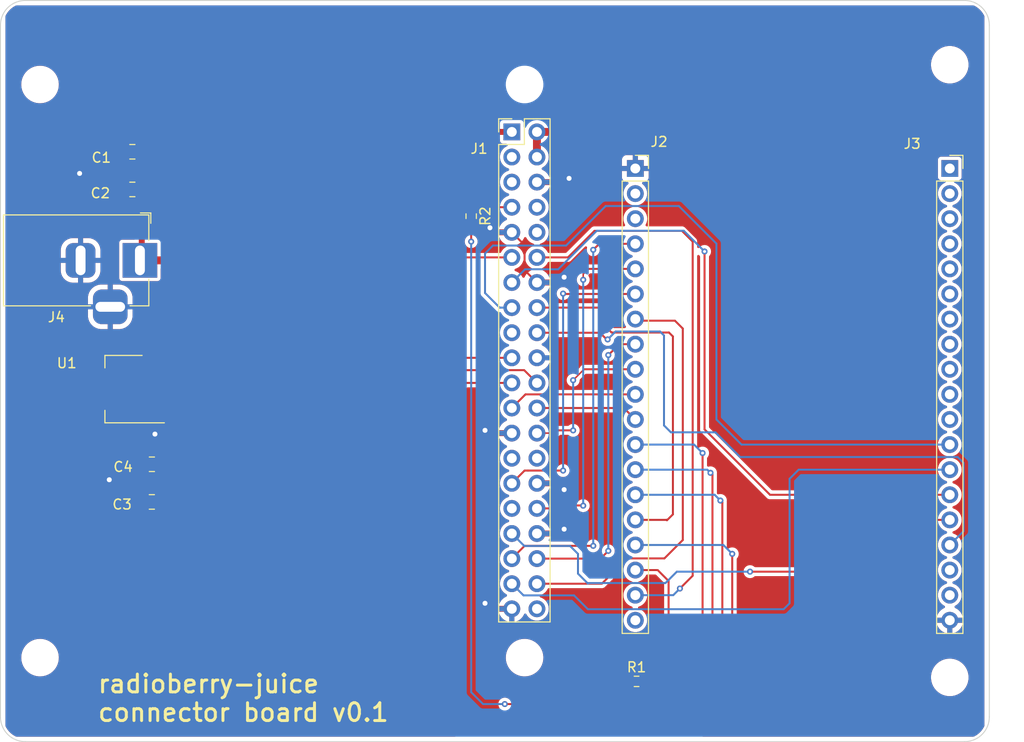
<source format=kicad_pcb>
(kicad_pcb (version 20221018) (generator pcbnew)
  (layers (0 "F.Cu" signal) (31 "B.Cu" signal) (34 "B.Paste" user) (35 "F.Paste" user) (36 "B.SilkS" user "B.Silkscreen") (37 "F.SilkS" user "F.Silkscreen") (38 "B.Mask" user) (39 "F.Mask" user) (44 "Edge.Cuts" user))
  (net 0 "")
  (net 1 "+5V")
  (net 2 "GND")
  (net 3 "+3.3VA")
  (net 6 "Net-(J1-Pin_7)")
  (net 9 "Net-(J1-Pin_11)")
  (net 10 "Net-(J1-Pin_12)")
  (net 11 "Net-(J1-Pin_13)")
  (net 12 "Net-(J1-Pin_15)")
  (net 13 "Net-(J1-Pin_16)")
  (net 15 "Net-(J1-Pin_18)")
  (net 16 "Net-(J1-Pin_19)")
  (net 17 "Net-(J1-Pin_21)")
  (net 18 "Net-(J1-Pin_22)")
  (net 19 "Net-(J1-Pin_23)")
  (net 20 "Net-(J1-Pin_24)")
  (net 21 "Net-(J1-Pin_26)")
  (net 24 "Net-(J1-Pin_29)")
  (net 26 "Net-(J1-Pin_32)")
  (net 27 "Net-(J1-Pin_33)")
  (net 28 "Net-(J1-Pin_35)")
  (net 29 "Net-(J1-Pin_36)")
  (net 30 "Net-(J1-Pin_37)")
  (net 31 "Net-(J1-Pin_38)")
  (net 35 "Net-(J2-Pin_17)")
  (net 50 "Net-(R1-Pad1)")
  (footprint "Capacitor_SMD:C_0805_2012Metric" (layer "F.Cu") (at 115.306 115.743 180)
    (fp_text reference "C3" (at 3.006 -0.257) (layer "F.SilkS"))
    (fp_text value "4700p" hide)
    (fp_line (start -0.261252 -0.735) (end 0.261252 -0.735) (stroke (width 0.12)) (layer "F.SilkS"))
    (fp_line (start -0.261252 0.735) (end 0.261252 0.735) (stroke (width 0.12)) (layer "F.SilkS"))
    (pad "1" smd roundrect (at -0.95 0 180) (size 1 1.45) (layers "F.Cu" "F.Paste" "F.Mask") (net 3 "+3.3VA"))
    (pad "2" smd roundrect (at 0.95 0 180) (size 1 1.45) (layers "F.Cu" "F.Paste" "F.Mask") (net 2 "GND"))
  )
  (footprint "Resistor_SMD:R_0603_1608Metric" (layer "F.Cu") (at 147.6 86.825 -90)
    (fp_text reference "R2" (at 0 -1.43 90) (layer "F.SilkS"))
    (fp_text value "27")
    (fp_line (start -0.237258 -0.5225) (end 0.237258 -0.5225) (stroke (width 0.12)) (layer "F.SilkS"))
    (fp_line (start -0.237258 0.5225) (end 0.237258 0.5225) (stroke (width 0.12)) (layer "F.SilkS"))
    (pad "1" smd roundrect (at -0.825 0 270) (size 0.8 0.95) (layers "F.Cu" "F.Paste" "F.Mask") (net 6 "Net-(J1-Pin_7)"))
    (pad "2" smd roundrect (at 0.825 0 270) (size 0.8 0.95) (layers "F.Cu" "F.Paste" "F.Mask") (net 50 "Net-(R1-Pad1)"))
  )
  (footprint "Connector_PinSocket_2.54mm:PinSocket_1x19_P2.54mm_Vertical" (layer "F.Cu") (at 196 82)
    (fp_text reference "J3" (at -3.8 -2.5) (layer "F.SilkS"))
    (fp_text value "Conn_01x19_Socket")
    (fp_line (start -1.33 1.27) (end -1.33 47.05) (stroke (width 0.12)) (layer "F.SilkS"))
    (fp_line (start -1.33 1.27) (end 1.33 1.27) (stroke (width 0.12)) (layer "F.SilkS"))
    (fp_line (start -1.33 47.05) (end 1.33 47.05) (stroke (width 0.12)) (layer "F.SilkS"))
    (fp_line (start 0 -1.33) (end 1.33 -1.33) (stroke (width 0.12)) (layer "F.SilkS"))
    (fp_line (start 1.33 -1.33) (end 1.33 0) (stroke (width 0.12)) (layer "F.SilkS"))
    (fp_line (start 1.33 1.27) (end 1.33 47.05) (stroke (width 0.12)) (layer "F.SilkS"))
    (pad "1" thru_hole rect (at 0 0) (size 1.7 1.7) (drill 1) (layers "*.Cu" "*.Mask"))
    (pad "2" thru_hole oval (at 0 2.54) (size 1.7 1.7) (drill 1) (layers "*.Cu" "*.Mask"))
    (pad "3" thru_hole oval (at 0 5.08) (size 1.7 1.7) (drill 1) (layers "*.Cu" "*.Mask"))
    (pad "4" thru_hole oval (at 0 7.62) (size 1.7 1.7) (drill 1) (layers "*.Cu" "*.Mask"))
    (pad "5" thru_hole oval (at 0 10.16) (size 1.7 1.7) (drill 1) (layers "*.Cu" "*.Mask"))
    (pad "6" thru_hole oval (at 0 12.7) (size 1.7 1.7) (drill 1) (layers "*.Cu" "*.Mask"))
    (pad "7" thru_hole oval (at 0 15.24) (size 1.7 1.7) (drill 1) (layers "*.Cu" "*.Mask"))
    (pad "8" thru_hole oval (at 0 17.78) (size 1.7 1.7) (drill 1) (layers "*.Cu" "*.Mask"))
    (pad "9" thru_hole oval (at 0 20.32) (size 1.7 1.7) (drill 1) (layers "*.Cu" "*.Mask"))
    (pad "10" thru_hole oval (at 0 22.86) (size 1.7 1.7) (drill 1) (layers "*.Cu" "*.Mask"))
    (pad "11" thru_hole oval (at 0 25.4) (size 1.7 1.7) (drill 1) (layers "*.Cu" "*.Mask"))
    (pad "12" thru_hole oval (at 0 27.94) (size 1.7 1.7) (drill 1) (layers "*.Cu" "*.Mask") (net 12 "Net-(J1-Pin_15)"))
    (pad "13" thru_hole oval (at 0 30.48) (size 1.7 1.7) (drill 1) (layers "*.Cu" "*.Mask") (net 30 "Net-(J1-Pin_37)"))
    (pad "14" thru_hole oval (at 0 33.02) (size 1.7 1.7) (drill 1) (layers "*.Cu" "*.Mask") (net 11 "Net-(J1-Pin_13)"))
    (pad "15" thru_hole oval (at 0 35.56) (size 1.7 1.7) (drill 1) (layers "*.Cu" "*.Mask") (net 27 "Net-(J1-Pin_33)"))
    (pad "16" thru_hole oval (at 0 38.1) (size 1.7 1.7) (drill 1) (layers "*.Cu" "*.Mask") (net 15 "Net-(J1-Pin_18)"))
    (pad "17" thru_hole oval (at 0 40.64) (size 1.7 1.7) (drill 1) (layers "*.Cu" "*.Mask"))
    (pad "18" thru_hole oval (at 0 43.18) (size 1.7 1.7) (drill 1) (layers "*.Cu" "*.Mask"))
    (pad "19" thru_hole oval (at 0 45.72) (size 1.7 1.7) (drill 1) (layers "*.Cu" "*.Mask") (net 2 "GND"))
  )
  (footprint "MountingHole:MountingHole_3.2mm_M3" (layer "F.Cu") (at 196 71.5)
    (fp_text reference "MH5" hide)
    (fp_text value "MountingHole_3.2mm_M3" hide)
    (pad "" np_thru_hole circle locked (at 0 0) (size 3.2 3.2) (drill 3.2) (layers "*.Cu" "*.Mask"))
  )
  (footprint "Connector_PinSocket_2.54mm:PinSocket_1x19_P2.54mm_Vertical" (layer "F.Cu") (at 164.2 82)
    (fp_text reference "J2" (at 2.4 -2.7) (layer "F.SilkS"))
    (fp_text value "Conn_01x19_Socket")
    (fp_line (start -1.33 1.27) (end -1.33 47.05) (stroke (width 0.12)) (layer "F.SilkS"))
    (fp_line (start -1.33 1.27) (end 1.33 1.27) (stroke (width 0.12)) (layer "F.SilkS"))
    (fp_line (start -1.33 47.05) (end 1.33 47.05) (stroke (width 0.12)) (layer "F.SilkS"))
    (fp_line (start 0 -1.33) (end 1.33 -1.33) (stroke (width 0.12)) (layer "F.SilkS"))
    (fp_line (start 1.33 -1.33) (end 1.33 0) (stroke (width 0.12)) (layer "F.SilkS"))
    (fp_line (start 1.33 1.27) (end 1.33 47.05) (stroke (width 0.12)) (layer "F.SilkS"))
    (pad "1" thru_hole rect (at 0 0) (size 1.7 1.7) (drill 1) (layers "*.Cu" "*.Mask") (net 2 "GND"))
    (pad "2" thru_hole oval (at 0 2.54) (size 1.7 1.7) (drill 1) (layers "*.Cu" "*.Mask"))
    (pad "3" thru_hole oval (at 0 5.08) (size 1.7 1.7) (drill 1) (layers "*.Cu" "*.Mask"))
    (pad "4" thru_hole oval (at 0 7.62) (size 1.7 1.7) (drill 1) (layers "*.Cu" "*.Mask") (net 28 "Net-(J1-Pin_35)"))
    (pad "5" thru_hole oval (at 0 10.16) (size 1.7 1.7) (drill 1) (layers "*.Cu" "*.Mask") (net 26 "Net-(J1-Pin_32)"))
    (pad "6" thru_hole oval (at 0 12.7) (size 1.7 1.7) (drill 1) (layers "*.Cu" "*.Mask") (net 24 "Net-(J1-Pin_29)"))
    (pad "7" thru_hole oval (at 0 15.24) (size 1.7 1.7) (drill 1) (layers "*.Cu" "*.Mask") (net 31 "Net-(J1-Pin_38)"))
    (pad "8" thru_hole oval (at 0 17.78) (size 1.7 1.7) (drill 1) (layers "*.Cu" "*.Mask") (net 29 "Net-(J1-Pin_36)"))
    (pad "9" thru_hole oval (at 0 20.32) (size 1.7 1.7) (drill 1) (layers "*.Cu" "*.Mask") (net 21 "Net-(J1-Pin_26)"))
    (pad "10" thru_hole oval (at 0 22.86) (size 1.7 1.7) (drill 1) (layers "*.Cu" "*.Mask") (net 19 "Net-(J1-Pin_23)"))
    (pad "11" thru_hole oval (at 0 25.4) (size 1.7 1.7) (drill 1) (layers "*.Cu" "*.Mask") (net 20 "Net-(J1-Pin_24)"))
    (pad "12" thru_hole oval (at 0 27.94) (size 1.7 1.7) (drill 1) (layers "*.Cu" "*.Mask") (net 17 "Net-(J1-Pin_21)"))
    (pad "13" thru_hole oval (at 0 30.48) (size 1.7 1.7) (drill 1) (layers "*.Cu" "*.Mask") (net 18 "Net-(J1-Pin_22)"))
    (pad "14" thru_hole oval (at 0 33.02) (size 1.7 1.7) (drill 1) (layers "*.Cu" "*.Mask") (net 16 "Net-(J1-Pin_19)"))
    (pad "15" thru_hole oval (at 0 35.56) (size 1.7 1.7) (drill 1) (layers "*.Cu" "*.Mask") (net 13 "Net-(J1-Pin_16)"))
    (pad "16" thru_hole oval (at 0 38.1) (size 1.7 1.7) (drill 1) (layers "*.Cu" "*.Mask") (net 9 "Net-(J1-Pin_11)"))
    (pad "17" thru_hole oval (at 0 40.64) (size 1.7 1.7) (drill 1) (layers "*.Cu" "*.Mask") (net 35 "Net-(J2-Pin_17)"))
    (pad "18" thru_hole oval (at 0 43.18) (size 1.7 1.7) (drill 1) (layers "*.Cu" "*.Mask") (net 10 "Net-(J1-Pin_12)"))
    (pad "19" thru_hole oval (at 0 45.72) (size 1.7 1.7) (drill 1) (layers "*.Cu" "*.Mask"))
  )
  (footprint "Capacitor_SMD:C_0805_2012Metric" (layer "F.Cu") (at 115.311 111.933 180)
    (fp_text reference "C4" (at 2.911 -0.267) (layer "F.SilkS"))
    (fp_text value "100n" hide)
    (fp_line (start -0.261252 -0.735) (end 0.261252 -0.735) (stroke (width 0.12)) (layer "F.SilkS"))
    (fp_line (start -0.261252 0.735) (end 0.261252 0.735) (stroke (width 0.12)) (layer "F.SilkS"))
    (pad "1" smd roundrect (at -0.95 0 180) (size 1 1.45) (layers "F.Cu" "F.Paste" "F.Mask") (net 3 "+3.3VA"))
    (pad "2" smd roundrect (at 0.95 0 180) (size 1 1.45) (layers "F.Cu" "F.Paste" "F.Mask") (net 2 "GND"))
  )
  (footprint "MountingHole:MountingHole_3.2mm_M3" (layer "F.Cu") (at 196 133.5)
    (fp_text reference "MH6" hide)
    (fp_text value "MountingHole_3.2mm_M3" hide)
    (pad "" np_thru_hole circle locked (at 0 0) (size 3.2 3.2) (drill 3.2) (layers "F&B.Cu" "*.Mask"))
  )
  (footprint "Connector_PinHeader_2.54mm:PinHeader_2x20_P2.54mm_Vertical" (layer "F.Cu") (at 151.71 78.3)
    (fp_text reference "J1" (at -3.31 1.7) (layer "F.SilkS"))
    (fp_text value "Conn_02x20_Odd_Even")
    (fp_line (start -1.33 -1.33) (end 0 -1.33) (stroke (width 0.12)) (layer "F.SilkS"))
    (fp_line (start -1.33 0) (end -1.33 -1.33) (stroke (width 0.12)) (layer "F.SilkS"))
    (fp_line (start -1.33 1.27) (end -1.33 49.59) (stroke (width 0.12)) (layer "F.SilkS"))
    (fp_line (start -1.33 1.27) (end 1.27 1.27) (stroke (width 0.12)) (layer "F.SilkS"))
    (fp_line (start -1.33 49.59) (end 3.87 49.59) (stroke (width 0.12)) (layer "F.SilkS"))
    (fp_line (start 1.27 -1.33) (end 3.87 -1.33) (stroke (width 0.12)) (layer "F.SilkS"))
    (fp_line (start 1.27 1.27) (end 1.27 -1.33) (stroke (width 0.12)) (layer "F.SilkS"))
    (fp_line (start 3.87 -1.33) (end 3.87 49.59) (stroke (width 0.12)) (layer "F.SilkS"))
    (pad "1" thru_hole rect (at 0 0) (size 1.7 1.7) (drill 1) (layers "*.Cu" "*.Mask") (net 3 "+3.3VA"))
    (pad "2" thru_hole oval (at 2.54 0) (size 1.7 1.7) (drill 1) (layers "*.Cu" "*.Mask") (net 1 "+5V"))
    (pad "3" thru_hole oval (at 0 2.54) (size 1.7 1.7) (drill 1) (layers "*.Cu" "*.Mask"))
    (pad "4" thru_hole oval (at 2.54 2.54) (size 1.7 1.7) (drill 1) (layers "*.Cu" "*.Mask") (net 1 "+5V"))
    (pad "5" thru_hole oval (at 0 5.08) (size 1.7 1.7) (drill 1) (layers "*.Cu" "*.Mask"))
    (pad "6" thru_hole oval (at 2.54 5.08) (size 1.7 1.7) (drill 1) (layers "*.Cu" "*.Mask") (net 2 "GND"))
    (pad "7" thru_hole oval (at 0 7.62) (size 1.7 1.7) (drill 1) (layers "*.Cu" "*.Mask") (net 6 "Net-(J1-Pin_7)"))
    (pad "8" thru_hole oval (at 2.54 7.62) (size 1.7 1.7) (drill 1) (layers "*.Cu" "*.Mask"))
    (pad "9" thru_hole oval (at 0 10.16) (size 1.7 1.7) (drill 1) (layers "*.Cu" "*.Mask") (net 2 "GND"))
    (pad "10" thru_hole oval (at 2.54 10.16) (size 1.7 1.7) (drill 1) (layers "*.Cu" "*.Mask"))
    (pad "11" thru_hole oval (at 0 12.7) (size 1.7 1.7) (drill 1) (layers "*.Cu" "*.Mask") (net 9 "Net-(J1-Pin_11)"))
    (pad "12" thru_hole oval (at 2.54 12.7) (size 1.7 1.7) (drill 1) (layers "*.Cu" "*.Mask") (net 10 "Net-(J1-Pin_12)"))
    (pad "13" thru_hole oval (at 0 15.24) (size 1.7 1.7) (drill 1) (layers "*.Cu" "*.Mask") (net 11 "Net-(J1-Pin_13)"))
    (pad "14" thru_hole oval (at 2.54 15.24) (size 1.7 1.7) (drill 1) (layers "*.Cu" "*.Mask") (net 2 "GND"))
    (pad "15" thru_hole oval (at 0 17.78) (size 1.7 1.7) (drill 1) (layers "*.Cu" "*.Mask") (net 12 "Net-(J1-Pin_15)"))
    (pad "16" thru_hole oval (at 2.54 17.78) (size 1.7 1.7) (drill 1) (layers "*.Cu" "*.Mask") (net 13 "Net-(J1-Pin_16)"))
    (pad "17" thru_hole oval (at 0 20.32) (size 1.7 1.7) (drill 1) (layers "*.Cu" "*.Mask"))
    (pad "18" thru_hole oval (at 2.54 20.32) (size 1.7 1.7) (drill 1) (layers "*.Cu" "*.Mask") (net 15 "Net-(J1-Pin_18)"))
    (pad "19" thru_hole oval (at 0 22.86) (size 1.7 1.7) (drill 1) (layers "*.Cu" "*.Mask") (net 16 "Net-(J1-Pin_19)"))
    (pad "20" thru_hole oval (at 2.54 22.86) (size 1.7 1.7) (drill 1) (layers "*.Cu" "*.Mask") (net 2 "GND"))
    (pad "21" thru_hole oval (at 0 25.4) (size 1.7 1.7) (drill 1) (layers "*.Cu" "*.Mask") (net 17 "Net-(J1-Pin_21)"))
    (pad "22" thru_hole oval (at 2.54 25.4) (size 1.7 1.7) (drill 1) (layers "*.Cu" "*.Mask") (net 18 "Net-(J1-Pin_22)"))
    (pad "23" thru_hole oval (at 0 27.94) (size 1.7 1.7) (drill 1) (layers "*.Cu" "*.Mask") (net 19 "Net-(J1-Pin_23)"))
    (pad "24" thru_hole oval (at 2.54 27.94) (size 1.7 1.7) (drill 1) (layers "*.Cu" "*.Mask") (net 20 "Net-(J1-Pin_24)"))
    (pad "25" thru_hole oval (at 0 30.48) (size 1.7 1.7) (drill 1) (layers "*.Cu" "*.Mask") (net 2 "GND"))
    (pad "26" thru_hole oval (at 2.54 30.48) (size 1.7 1.7) (drill 1) (layers "*.Cu" "*.Mask") (net 21 "Net-(J1-Pin_26)"))
    (pad "27" thru_hole oval (at 0 33.02) (size 1.7 1.7) (drill 1) (layers "*.Cu" "*.Mask"))
    (pad "28" thru_hole oval (at 2.54 33.02) (size 1.7 1.7) (drill 1) (layers "*.Cu" "*.Mask"))
    (pad "29" thru_hole oval (at 0 35.56) (size 1.7 1.7) (drill 1) (layers "*.Cu" "*.Mask") (net 24 "Net-(J1-Pin_29)"))
    (pad "30" thru_hole oval (at 2.54 35.56) (size 1.7 1.7) (drill 1) (layers "*.Cu" "*.Mask") (net 2 "GND"))
    (pad "31" thru_hole oval (at 0 38.1) (size 1.7 1.7) (drill 1) (layers "*.Cu" "*.Mask"))
    (pad "32" thru_hole oval (at 2.54 38.1) (size 1.7 1.7) (drill 1) (layers "*.Cu" "*.Mask") (net 26 "Net-(J1-Pin_32)"))
    (pad "33" thru_hole oval (at 0 40.64) (size 1.7 1.7) (drill 1) (layers "*.Cu" "*.Mask") (net 27 "Net-(J1-Pin_33)"))
    (pad "34" thru_hole oval (at 2.54 40.64) (size 1.7 1.7) (drill 1) (layers "*.Cu" "*.Mask") (net 2 "GND"))
    (pad "35" thru_hole oval (at 0 43.18) (size 1.7 1.7) (drill 1) (layers "*.Cu" "*.Mask") (net 28 "Net-(J1-Pin_35)"))
    (pad "36" thru_hole oval (at 2.54 43.18) (size 1.7 1.7) (drill 1) (layers "*.Cu" "*.Mask") (net 29 "Net-(J1-Pin_36)"))
    (pad "37" thru_hole oval (at 0 45.72) (size 1.7 1.7) (drill 1) (layers "*.Cu" "*.Mask") (net 30 "Net-(J1-Pin_37)"))
    (pad "38" thru_hole oval (at 2.54 45.72) (size 1.7 1.7) (drill 1) (layers "*.Cu" "*.Mask") (net 31 "Net-(J1-Pin_38)"))
    (pad "39" thru_hole oval (at 0 48.26) (size 1.7 1.7) (drill 1) (layers "*.Cu" "*.Mask") (net 2 "GND"))
    (pad "40" thru_hole oval (at 2.54 48.26) (size 1.7 1.7) (drill 1) (layers "*.Cu" "*.Mask"))
  )
  (footprint "Capacitor_SMD:C_0805_2012Metric" (layer "F.Cu") (at 113.335 80.31 180)
    (fp_text reference "C1" (at 3.135 -0.59) (layer "F.SilkS"))
    (fp_text value "100n" hide)
    (fp_line (start -0.261252 -0.735) (end 0.261252 -0.735) (stroke (width 0.12)) (layer "F.SilkS"))
    (fp_line (start -0.261252 0.735) (end 0.261252 0.735) (stroke (width 0.12)) (layer "F.SilkS"))
    (pad "1" smd roundrect (at -0.95 0 180) (size 1 1.45) (layers "F.Cu" "F.Paste" "F.Mask") (net 1 "+5V"))
    (pad "2" smd roundrect (at 0.95 0 180) (size 1 1.45) (layers "F.Cu" "F.Paste" "F.Mask") (net 2 "GND"))
  )
  (footprint "MountingHole:MountingHole_3.2mm_M3" (layer "F.Cu") (at 104 73.5)
    (fp_text reference "MH1" hide)
    (fp_text value "MountingHole_3.2mm_M3" hide)
    (pad "" np_thru_hole circle locked (at 0 0) (size 3.2 3.2) (drill 3.2) (layers "F&B.Cu" "*.Mask"))
  )
  (footprint "Resistor_SMD:R_0603_1608Metric" (layer "F.Cu") (at 164.325 133.904)
    (fp_text reference "R1" (at 0 -1.43) (layer "F.SilkS"))
    (fp_text value "27")
    (fp_line (start -0.237258 -0.5225) (end 0.237258 -0.5225) (stroke (width 0.12)) (layer "F.SilkS"))
    (fp_line (start -0.237258 0.5225) (end 0.237258 0.5225) (stroke (width 0.12)) (layer "F.SilkS"))
    (pad "1" smd roundrect (at -0.825 0) (size 0.8 0.95) (layers "F.Cu" "F.Paste" "F.Mask") (net 50 "Net-(R1-Pad1)"))
    (pad "2" smd roundrect (at 0.825 0) (size 0.8 0.95) (layers "F.Cu" "F.Paste" "F.Mask") (net 35 "Net-(J2-Pin_17)"))
  )
  (footprint "MountingHole:MountingHole_3.2mm_M3" (layer "F.Cu") (at 104 131.5)
    (fp_text reference "MH4" hide)
    (fp_text value "MountingHole_3.2mm_M3" hide)
    (pad "" np_thru_hole circle (at 0 0) (size 3.2 3.2) (drill 3.2) (layers "F&B.Cu" "*.Mask"))
  )
  (footprint "MountingHole:MountingHole_3.2mm_M3" (layer "F.Cu") (at 153 73.5)
    (fp_text reference "MH2" hide)
    (fp_text value "MountingHole_3.2mm_M3" hide)
    (pad "" np_thru_hole circle locked (at 0 0) (size 3.2 3.2) (drill 3.2) (layers "F&B.Cu" "*.Mask"))
  )
  (footprint "Package_TO_SOT_SMD:SOT-223-3_TabPin2" (layer "F.Cu") (at 112.471 104.327 180)
    (fp_text reference "U1" (at 5.771 2.627) (layer "F.SilkS"))
    (fp_text value "AMS1117-3.3" hide)
    (fp_line (start -4.1 -3.41) (end 1.91 -3.41) (stroke (width 0.12)) (layer "F.SilkS"))
    (fp_line (start -1.85 3.41) (end 1.91 3.41) (stroke (width 0.12)) (layer "F.SilkS"))
    (fp_line (start 1.91 -3.41) (end 1.91 -2.15) (stroke (width 0.12)) (layer "F.SilkS"))
    (fp_line (start 1.91 3.41) (end 1.91 2.15) (stroke (width 0.12)) (layer "F.SilkS"))
    (pad "1" smd rect (at -3.15 -2.3 180) (size 2 1.5) (layers "F.Cu" "F.Paste" "F.Mask") (net 2 "GND"))
    (pad "2" smd rect (at -3.15 0 180) (size 2 1.5) (layers "F.Cu" "F.Paste" "F.Mask") (net 3 "+3.3VA"))
    (pad "2" smd rect (at 3.15 0 180) (size 2 3.8) (layers "F.Cu" "F.Paste" "F.Mask") (net 3 "+3.3VA"))
    (pad "3" smd rect (at -3.15 2.3 180) (size 2 1.5) (layers "F.Cu" "F.Paste" "F.Mask") (net 1 "+5V"))
  )
  (footprint "Capacitor_SMD:C_0805_2012Metric" (layer "F.Cu") (at 113.335 84.12 180)
    (fp_text reference "C2" (at 3.235 -0.38) (layer "F.SilkS"))
    (fp_text value "4700p" hide)
    (fp_line (start -0.261252 -0.735) (end 0.261252 -0.735) (stroke (width 0.12)) (layer "F.SilkS"))
    (fp_line (start -0.261252 0.735) (end 0.261252 0.735) (stroke (width 0.12)) (layer "F.SilkS"))
    (pad "1" smd roundrect (at -0.95 0 180) (size 1 1.45) (layers "F.Cu" "F.Paste" "F.Mask") (net 1 "+5V"))
    (pad "2" smd roundrect (at 0.95 0 180) (size 1 1.45) (layers "F.Cu" "F.Paste" "F.Mask") (net 2 "GND"))
  )
  (footprint "MountingHole:MountingHole_3.2mm_M3" (layer "F.Cu") (at 153 131.5)
    (fp_text reference "MH3" hide)
    (fp_text value "MountingHole_3.2mm_M3" hide)
    (pad "" np_thru_hole circle locked (at 0 0) (size 3.2 3.2) (drill 3.2) (layers "F&B.Cu" "*.Mask"))
  )
  (footprint "Connector_BarrelJack:BarrelJack_Horizontal" (layer "F.Cu") (at 114.1 91.3)
    (fp_text reference "J4" (at -8.45 5.75) (layer "F.SilkS"))
    (fp_text value "Barrel_Jack_Switch" hide)
    (fp_line (start -13.8 -4.6) (end 0.9 -4.6) (stroke (width 0.12)) (layer "F.SilkS"))
    (fp_line (start -13.8 4.6) (end -13.8 -4.6) (stroke (width 0.12)) (layer "F.SilkS"))
    (fp_line (start -5 4.6) (end -13.8 4.6) (stroke (width 0.12)) (layer "F.SilkS"))
    (fp_line (start 0.05 -4.8) (end 1.1 -4.8) (stroke (width 0.12)) (layer "F.SilkS"))
    (fp_line (start 0.9 -4.6) (end 0.9 -2) (stroke (width 0.12)) (layer "F.SilkS"))
    (fp_line (start 0.9 1.9) (end 0.9 4.6) (stroke (width 0.12)) (layer "F.SilkS"))
    (fp_line (start 0.9 4.6) (end -1 4.6) (stroke (width 0.12)) (layer "F.SilkS"))
    (fp_line (start 1.1 -3.75) (end 1.1 -4.8) (stroke (width 0.12)) (layer "F.SilkS"))
    (pad "1" thru_hole rect (at 0 0) (size 3.5 3.5) (drill oval 1 3) (layers "*.Cu" "*.Mask") (net 1 "+5V"))
    (pad "2" thru_hole roundrect (at -6 0) (size 3 3.5) (drill oval 1 3) (layers "*.Cu" "*.Mask") (net 2 "GND"))
    (pad "3" thru_hole roundrect (at -3 4.7) (size 3.5 3.5) (drill oval 3 1) (layers "*.Cu" "*.Mask") (net 2 "GND"))
  )
  (gr_line (start 102.5 140) (end 197.5 140) (stroke (width 0.1)) (layer "Edge.Cuts"))
  (gr_arc (start 197.5 65) (mid 199.267767 65.732233) (end 200 67.5) (stroke (width 0.1)) (layer "Edge.Cuts"))
  (gr_line (start 100 67.5) (end 100 137.5) (stroke (width 0.1)) (layer "Edge.Cuts"))
  (gr_line (start 197.5 65) (end 102.5 65) (stroke (width 0.1)) (layer "Edge.Cuts"))
  (gr_line (start 200 137.5) (end 200 67.5) (stroke (width 0.1)) (layer "Edge.Cuts"))
  (gr_arc (start 200 137.5) (mid 199.267767 139.267767) (end 197.5 140) (stroke (width 0.1)) (layer "Edge.Cuts"))
  (gr_arc (start 102.5 140) (mid 100.732233 139.267767) (end 100 137.5) (stroke (width 0.1)) (layer "Edge.Cuts"))
  (gr_arc (start 100 67.5) (mid 100.732233 65.732233) (end 102.5 65) (stroke (width 0.1)) (layer "Edge.Cuts"))
  (gr_text "radioberry-juice\nconnector board v0.1" (at 109.7 138.1) (layer "F.SilkS") (effects (font (size 1.8 1.8) (thickness 0.3) bold) (justify left bottom)))
  (segment (start 157.89 78.3) (end 158.674 77.516) (width 0.8) (layer "F.Cu") (net 1))
  (segment (start 114.285 84.12) (end 114.285 91.115) (width 0.6) (layer "F.Cu") (net 1))
  (segment (start 114.285 69.835) (end 114.285 80.31) (width 0.8) (layer "F.Cu") (net 1))
  (segment (start 117.968 91.3) (end 114.1 91.3) (width 0.8) (layer "F.Cu") (net 1))
  (segment (start 158.674 70.023) (end 158.801 69.896) (width 0.8) (layer "F.Cu") (net 1))
  (segment (start 158.801 69.896) (end 157.277 68.372) (width 0.8) (layer "F.Cu") (net 1))
  (segment (start 154.25 78.3) (end 157.89 78.3) (width 0.8) (layer "F.Cu") (net 1))
  (segment (start 118.415 102.027) (end 115.621 102.027) (width 0.8) (layer "F.Cu") (net 1))
  (segment (start 117.968 91.3) (end 119.304 92.636) (width 0.8) (layer "F.Cu") (net 1))
  (segment (start 114.285 91.115) (end 114.1 91.3) (width 0.6) (layer "F.Cu") (net 1))
  (segment (start 119.304 92.636) (end 119.304 101.138) (width 0.8) (layer "F.Cu") (net 1))
  (segment (start 154.25 78.3) (end 154.25 80.84) (width 0.8) (layer "F.Cu") (net 1))
  (segment (start 114.5 84.335) (end 114.285 84.12) (width 0.8) (layer "F.Cu") (net 1))
  (segment (start 158.674 77.516) (end 158.674 70.023) (width 0.8) (layer "F.Cu") (net 1))
  (segment (start 114.285 80.31) (end 114.285 84.12) (width 0.8) (layer "F.Cu") (net 1))
  (segment (start 119.304 101.138) (end 118.415 102.027) (width 0.8) (layer "F.Cu") (net 1))
  (segment (start 157.277 68.372) (end 115.748 68.372) (width 0.8) (layer "F.Cu") (net 1))
  (segment (start 115.748 68.372) (end 114.285 69.835) (width 0.8) (layer "F.Cu") (net 1))
  (segment (start 151.71 126.56) (end 149.56 126.56) (width 0.6) (layer "F.Cu") (net 2))
  (segment (start 154.25 83.38) (end 157.12 83.38) (width 0.6) (layer "F.Cu") (net 2))
  (segment (start 112.113 113.5) (end 111 113.5) (width 0.6) (layer "F.Cu") (net 2))
  (segment (start 154.25 118.94) (end 156.56 118.94) (width 0.6) (layer "F.Cu") (net 2))
  (segment (start 149.56 126.56) (end 149 126) (width 0.6) (layer "F.Cu") (net 2))
  (segment (start 153 89.75) (end 153 92.29) (width 0.2) (layer "F.Cu") (net 2))
  (segment (start 151.71 88.46) (end 149.96 88.46) (width 0.6) (layer "F.Cu") (net 2))
  (segment (start 149.28 108.78) (end 149 108.5) (width 0.6) (layer "F.Cu") (net 2))
  (segment (start 154.25 113.86) (end 156.36 113.86) (width 0.6) (layer "F.Cu") (net 2))
  (segment (start 115.621 106.627) (end 115.621 108.879) (width 0.6) (layer "F.Cu") (net 2))
  (segment (start 115.5 109) (end 115.621 108.879) (width 0.6) (layer "F.Cu") (net 2))
  (segment (start 151.71 108.78) (end 149.28 108.78) (width 0.6) (layer "F.Cu") (net 2))
  (segment (start 151.71 88.46) (end 153 89.75) (width 0.2) (layer "F.Cu") (net 2))
  (segment (start 154.25 93.54) (end 156.46 93.54) (width 0.6) (layer "F.Cu") (net 2))
  (segment (start 156.56 118.94) (end 157 118.5) (width 0.6) (layer "F.Cu") (net 2))
  (segment (start 156.46 93.54) (end 157 93) (width 0.6) (layer "F.Cu") (net 2))
  (segment (start 112.385 84.12) (end 110.765 82.5) (width 0.6) (layer "F.Cu") (net 2))
  (segment (start 110.765 82.5) (end 108 82.5) (width 0.6) (layer "F.Cu") (net 2))
  (segment (start 153 92.29) (end 154.25 93.54) (width 0.2) (layer "F.Cu") (net 2))
  (segment (start 156.36 113.86) (end 157 114.5) (width 0.6) (layer "F.Cu") (net 2))
  (segment (start 114.356 115.743) (end 112.113 113.5) (width 0.6) (layer "F.Cu") (net 2))
  (segment (start 149.96 88.46) (end 149.5 88) (width 0.6) (layer "F.Cu") (net 2))
  (segment (start 157.12 83.38) (end 157.5 83) (width 0.6) (layer "F.Cu") (net 2))
  (via (at 149 126) (size 0.9) (drill 0.5) (layers "F.Cu" "B.Cu") (net 2))
  (via (at 157.5 83) (size 0.9) (drill 0.5) (layers "F.Cu" "B.Cu") (net 2))
  (via (at 157 118.5) (size 0.9) (drill 0.5) (layers "F.Cu" "B.Cu") (net 2))
  (via (at 157 114.5) (size 0.9) (drill 0.5) (layers "F.Cu" "B.Cu") (net 2))
  (via (at 115.621 108.879) (size 0.9) (drill 0.5) (layers "F.Cu" "B.Cu") (net 2))
  (via (at 111 113.5) (size 0.9) (drill 0.5) (layers "F.Cu" "B.Cu") (net 2))
  (via (at 149 108.5) (size 0.9) (drill 0.5) (layers "F.Cu" "B.Cu") (net 2))
  (via (at 149.5 88) (size 0.9) (drill 0.5) (layers "F.Cu" "B.Cu") (net 2))
  (via (at 157 93) (size 0.9) (drill 0.5) (layers "F.Cu" "B.Cu") (net 2))
  (via (at 108 82.5) (size 0.9) (drill 0.5) (layers "F.Cu" "B.Cu") (net 2))
  (segment (start 122.1 103.5) (end 122.1 80.7) (width 0.6) (layer "F.Cu") (net 3))
  (segment (start 124.5 78.3) (end 151.71 78.3) (width 0.6) (layer "F.Cu") (net 3))
  (segment (start 118.767 111.933) (end 119.2 111.5) (width 0.6) (layer "F.Cu") (net 3))
  (segment (start 119.2 104.327) (end 121.273 104.327) (width 0.6) (layer "F.Cu") (net 3))
  (segment (start 116.261 111.933) (end 116.261 115.738) (width 0.8) (layer "F.Cu") (net 3))
  (segment (start 115.621 104.327) (end 109.321 104.327) (width 0.6) (layer "F.Cu") (net 3))
  (segment (start 115.621 104.327) (end 119.2 104.327) (width 0.6) (layer "F.Cu") (net 3))
  (segment (start 121.273 104.327) (end 122.1 103.5) (width 0.6) (layer "F.Cu") (net 3))
  (segment (start 116.261 111.933) (end 118.767 111.933) (width 0.6) (layer "F.Cu") (net 3))
  (segment (start 122.1 80.7) (end 124.5 78.3) (width 0.6) (layer "F.Cu") (net 3))
  (segment (start 119.2 111.5) (end 119.2 104.327) (width 0.6) (layer "F.Cu") (net 3))
  (segment (start 116.261 115.738) (end 116.256 115.743) (width 0.8) (layer "F.Cu") (net 3))
  (segment (start 151.71 85.92) (end 147.68 85.92) (width 0.2) (layer "F.Cu") (net 6))
  (segment (start 147.68 85.92) (end 147.6 86) (width 0.2) (layer "F.Cu") (net 6))
  (segment (start 174 135.6) (end 170.6 139) (width 0.2) (layer "F.Cu") (net 9))
  (segment (start 174 121) (end 174 135.6) (width 0.2) (layer "F.Cu") (net 9))
  (segment (start 143.5 136.1) (end 143.5 92) (width 0.2) (layer "F.Cu") (net 9))
  (segment (start 151.71 91) (end 144.5 91) (width 0.2) (layer "F.Cu") (net 9))
  (segment (start 143.5 92) (end 144.5 91) (width 0.2) (layer "F.Cu") (net 9))
  (segment (start 146.4 139) (end 143.5 136.1) (width 0.2) (layer "F.Cu") (net 9))
  (segment (start 170.6 139) (end 146.4 139) (width 0.2) (layer "F.Cu") (net 9))
  (via (at 174 121) (size 0.605) (drill 0.3) (layers "F.Cu" "B.Cu") (net 9))
  (segment (start 164.2 120.1) (end 173.1 120.1) (width 0.2) (layer "B.Cu") (net 9))
  (segment (start 173.1 120.1) (end 174 121) (width 0.2) (layer "B.Cu") (net 9))
  (segment (start 168.911 88.311) (end 170 89.4) (width 0.2) (layer "F.Cu") (net 10))
  (segment (start 160.071 88.311) (end 168.911 88.311) (width 0.2) (layer "F.Cu") (net 10))
  (segment (start 154.25 91) (end 157.382 91) (width 0.2) (layer "F.Cu") (net 10))
  (segment (start 157.382 91) (end 160.071 88.311) (width 0.2) (layer "F.Cu") (net 10))
  (segment (start 170 123.213) (end 168.707 124.506) (width 0.2) (layer "F.Cu") (net 10))
  (segment (start 170 89.4) (end 170 123.213) (width 0.2) (layer "F.Cu") (net 10))
  (via (at 168.707 124.506) (size 0.605) (drill 0.3) (layers "F.Cu" "B.Cu") (net 10))
  (segment (start 168.707 124.506) (end 168.033 125.18) (width 0.2) (layer "B.Cu") (net 10))
  (segment (start 168.033 125.18) (end 164.2 125.18) (width 0.2) (layer "B.Cu") (net 10))
  (segment (start 196 115.02) (end 177.82 115.02) (width 0.2) (layer "F.Cu") (net 11))
  (segment (start 171.2 108.4) (end 171.2 90.4) (width 0.2) (layer "F.Cu") (net 11))
  (segment (start 177.82 115.02) (end 171.2 108.4) (width 0.2) (layer "F.Cu") (net 11))
  (via (at 171.2 90.4) (size 0.605) (drill 0.3) (layers "F.Cu" "B.Cu") (net 11))
  (segment (start 153.05 92.2) (end 156.4 92.2) (width 0.2) (layer "B.Cu") (net 11))
  (segment (start 151.71 93.54) (end 153.05 92.2) (width 0.2) (layer "B.Cu") (net 11))
  (segment (start 160.3 88.3) (end 169.1 88.3) (width 0.2) (layer "B.Cu") (net 11))
  (segment (start 169.1 88.3) (end 171.2 90.4) (width 0.2) (layer "B.Cu") (net 11))
  (segment (start 156.4 92.2) (end 160.3 88.3) (width 0.2) (layer "B.Cu") (net 11))
  (segment (start 168.6 85.8) (end 161.2 85.8) (width 0.2) (layer "B.Cu") (net 12))
  (segment (start 149 90.6) (end 149 94.6) (width 0.2) (layer "B.Cu") (net 12))
  (segment (start 196 109.94) (end 174.94 109.94) (width 0.2) (layer "B.Cu") (net 12))
  (segment (start 172.4 89.6) (end 168.6 85.8) (width 0.2) (layer "B.Cu") (net 12))
  (segment (start 174.94 109.94) (end 172.4 107.4) (width 0.2) (layer "B.Cu") (net 12))
  (segment (start 149 94.6) (end 150.48 96.08) (width 0.2) (layer "B.Cu") (net 12))
  (segment (start 150.48 96.08) (end 151.71 96.08) (width 0.2) (layer "B.Cu") (net 12))
  (segment (start 157.2 89.8) (end 149.8 89.8) (width 0.2) (layer "B.Cu") (net 12))
  (segment (start 172.4 107.4) (end 172.4 89.6) (width 0.2) (layer "B.Cu") (net 12))
  (segment (start 149.8 89.8) (end 149 90.6) (width 0.2) (layer "B.Cu") (net 12))
  (segment (start 161.2 85.8) (end 157.2 89.8) (width 0.2) (layer "B.Cu") (net 12))
  (segment (start 160.48 96.08) (end 161.2 96.8) (width 0.2) (layer "F.Cu") (net 13))
  (segment (start 161.8 98.6) (end 167.6 98.6) (width 0.2) (layer "F.Cu") (net 13))
  (segment (start 154.842 96.08) (end 154.991 95.931) (width 0.2) (layer "F.Cu") (net 13))
  (segment (start 154.25 96.08) (end 154.842 96.08) (width 0.2) (layer "F.Cu") (net 13))
  (segment (start 167.4 117.6) (end 167.36 117.56) (width 0.2) (layer "F.Cu") (net 13))
  (segment (start 161.2 96.8) (end 161.2 98) (width 0.2) (layer "F.Cu") (net 13))
  (segment (start 167.6 98.6) (end 168 99) (width 0.2) (layer "F.Cu") (net 13))
  (segment (start 154.25 96.08) (end 160.48 96.08) (width 0.2) (layer "F.Cu") (net 13))
  (segment (start 168 99) (end 168 117) (width 0.2) (layer "F.Cu") (net 13))
  (segment (start 161.2 98) (end 161.8 98.6) (width 0.2) (layer "F.Cu") (net 13))
  (segment (start 167.36 117.56) (end 164.2 117.56) (width 0.2) (layer "F.Cu") (net 13))
  (segment (start 168 117) (end 167.4 117.6) (width 0.2) (layer "F.Cu") (net 13))
  (segment (start 161.3 99.3) (end 161.4 99.3) (width 0.2) (layer "F.Cu") (net 15))
  (segment (start 160.62 98.62) (end 161.3 99.3) (width 0.2) (layer "F.Cu") (net 15))
  (segment (start 154.25 98.62) (end 160.62 98.62) (width 0.2) (layer "F.Cu") (net 15))
  (via (at 161.4 99.3) (size 0.605) (drill 0.3) (layers "F.Cu" "B.Cu") (net 15))
  (segment (start 161.4 99.3) (end 162.2 98.5) (width 0.2) (layer "B.Cu") (net 15))
  (segment (start 167.1 98.9) (end 167.1 108) (width 0.2) (layer "B.Cu") (net 15))
  (segment (start 162.2 98.5) (end 166.7 98.5) (width 0.2) (layer "B.Cu") (net 15))
  (segment (start 166.7 98.5) (end 167.1 98.9) (width 0.2) (layer "B.Cu") (net 15))
  (segment (start 172.3 108.7) (end 174.8 111.2) (width 0.2) (layer "B.Cu") (net 15))
  (segment (start 174.8 111.2) (end 196.8 111.2) (width 0.2) (layer "B.Cu") (net 15))
  (segment (start 167.1 108) (end 167.8 108.7) (width 0.2) (layer "B.Cu") (net 15))
  (segment (start 167.8 108.7) (end 172.3 108.7) (width 0.2) (layer "B.Cu") (net 15))
  (segment (start 197.4 111.8) (end 197.4 118.7) (width 0.2) (layer "B.Cu") (net 15))
  (segment (start 196.8 111.2) (end 197.4 111.8) (width 0.2) (layer "B.Cu") (net 15))
  (segment (start 197.4 118.7) (end 196 120.1) (width 0.2) (layer "B.Cu") (net 15))
  (segment (start 172.8 115.6) (end 173 115.8) (width 0.2) (layer "F.Cu") (net 16))
  (segment (start 146.940816 101.16) (end 151.71 101.16) (width 0.2) (layer "F.Cu") (net 16))
  (segment (start 144.5 103.600816) (end 146.940816 101.16) (width 0.2) (layer "F.Cu") (net 16))
  (segment (start 173 135.2) (end 169.8 138.4) (width 0.2) (layer "F.Cu") (net 16))
  (segment (start 173 115.8) (end 173 135.2) (width 0.2) (layer "F.Cu") (net 16))
  (segment (start 169.8 138.4) (end 146.8 138.4) (width 0.2) (layer "F.Cu") (net 16))
  (segment (start 146.8 138.4) (end 144.5 136.1) (width 0.2) (layer "F.Cu") (net 16))
  (segment (start 144.5 136.1) (end 144.5 103.600816) (width 0.2) (layer "F.Cu") (net 16))
  (via (at 172.8 115.6) (size 0.605) (drill 0.3) (layers "F.Cu" "B.Cu") (net 16))
  (segment (start 172.22 115.02) (end 172.8 115.6) (width 0.2) (layer "B.Cu") (net 16))
  (segment (start 164.2 115.02) (end 172.22 115.02) (width 0.2) (layer "B.Cu") (net 16))
  (segment (start 171 110.8) (end 171 134.2) (width 0.2) (layer "F.Cu") (net 17))
  (segment (start 146.5 135.9) (end 146.5 104.2) (width 0.2) (layer "F.Cu") (net 17))
  (segment (start 171 134.2) (end 168 137.2) (width 0.2) (layer "F.Cu") (net 17))
  (segment (start 147.8 137.2) (end 146.5 135.9) (width 0.2) (layer "F.Cu") (net 17))
  (segment (start 147 103.7) (end 151.71 103.7) (width 0.2) (layer "F.Cu") (net 17))
  (segment (start 168 137.2) (end 147.8 137.2) (width 0.2) (layer "F.Cu") (net 17))
  (segment (start 146.5 104.2) (end 147 103.7) (width 0.2) (layer "F.Cu") (net 17))
  (via (at 171 110.8) (size 0.605) (drill 0.3) (layers "F.Cu" "B.Cu") (net 17))
  (segment (start 164.2 109.94) (end 170.14 109.94) (width 0.2) (layer "B.Cu") (net 17))
  (segment (start 170.14 109.94) (end 171 110.8) (width 0.2) (layer "B.Cu") (net 17))
  (segment (start 172 113) (end 172 134.6) (width 0.2) (layer "F.Cu") (net 18))
  (segment (start 146.992 102.408) (end 152.958 102.408) (width 0.2) (layer "F.Cu") (net 18))
  (segment (start 145.5 103.9) (end 146.992 102.408) (width 0.2) (layer "F.Cu") (net 18))
  (segment (start 168.8 137.8) (end 147.3 137.8) (width 0.2) (layer "F.Cu") (net 18))
  (segment (start 172 134.6) (end 168.8 137.8) (width 0.2) (layer "F.Cu") (net 18))
  (segment (start 152.958 102.408) (end 154.25 103.7) (width 0.2) (layer "F.Cu") (net 18))
  (segment (start 147.3 137.8) (end 145.5 136) (width 0.2) (layer "F.Cu") (net 18))
  (segment (start 171.8 112.8) (end 172 113) (width 0.2) (layer "F.Cu") (net 18))
  (segment (start 145.5 136) (end 145.5 103.9) (width 0.2) (layer "F.Cu") (net 18))
  (via (at 171.8 112.8) (size 0.605) (drill 0.3) (layers "F.Cu" "B.Cu") (net 18))
  (segment (start 171.48 112.48) (end 171.8 112.8) (width 0.2) (layer "B.Cu") (net 18))
  (segment (start 164.2 112.48) (end 171.48 112.48) (width 0.2) (layer "B.Cu") (net 18))
  (segment (start 151.71 106.24) (end 153.002 104.948) (width 0.2) (layer "F.Cu") (net 19))
  (segment (start 153.09 104.86) (end 164.2 104.86) (width 0.2) (layer "F.Cu") (net 19))
  (segment (start 153.002 104.948) (end 153.09 104.86) (width 0.2) (layer "F.Cu") (net 19))
  (segment (start 163.04 106.24) (end 164.2 107.4) (width 0.2) (layer "F.Cu") (net 20))
  (segment (start 162.252 106.24) (end 163.04 106.24) (width 0.2) (layer "F.Cu") (net 20))
  (segment (start 154.25 106.24) (end 162.252 106.24) (width 0.2) (layer "F.Cu") (net 20))
  (segment (start 157.908 108.5) (end 157.912 108.504) (width 0.2) (layer "F.Cu") (net 21))
  (segment (start 159.016 102.32) (end 164.2 102.32) (width 0.2) (layer "F.Cu") (net 21))
  (segment (start 156.12 108.78) (end 156.4 108.5) (width 0.2) (layer "F.Cu") (net 21))
  (segment (start 157.912 103.424) (end 159.016 102.32) (width 0.1524) (layer "F.Cu") (net 21))
  (segment (start 154.25 108.78) (end 156.12 108.78) (width 0.1524) (layer "F.Cu") (net 21))
  (segment (start 156.4 108.5) (end 157.908 108.5) (width 0.2) (layer "F.Cu") (net 21))
  (via (at 157.912 108.504) (size 0.605) (drill 0.3) (layers "F.Cu" "B.Cu") (net 21))
  (via (at 157.912 103.424) (size 0.605) (drill 0.3) (layers "F.Cu" "B.Cu") (net 21))
  (segment (start 157.912 108.504) (end 157.912 103.424) (width 0.2) (layer "B.Cu") (net 21))
  (segment (start 156.935 94.7) (end 156.896 94.661) (width 0.2) (layer "F.Cu") (net 24))
  (segment (start 153.002 112.568) (end 153.34 112.568) (width 0.2) (layer "F.Cu") (net 24))
  (segment (start 153.34 112.568) (end 156.896 112.568) (width 0.2) (layer "F.Cu") (net 24))
  (segment (start 151.71 113.86) (end 153.002 112.568) (width 0.2) (layer "F.Cu") (net 24))
  (segment (start 164.2 94.7) (end 156.935 94.7) (width 0.2) (layer "F.Cu") (net 24))
  (via (at 156.896 94.661) (size 0.605) (drill 0.3) (layers "F.Cu" "B.Cu") (net 24))
  (via (at 156.896 112.568) (size 0.605) (drill 0.3) (layers "F.Cu" "B.Cu") (net 24))
  (segment (start 156.896 94.661) (end 156.896 112.568) (width 0.2) (layer "B.Cu") (net 24))
  (segment (start 158.928 92.692) (end 159.46 92.16) (width 0.1524) (layer "F.Cu") (net 26))
  (segment (start 158.904 116.1) (end 158.928 116.124) (width 0.2) (layer "F.Cu") (net 26))
  (segment (start 157.6 116.1) (end 158.904 116.1) (width 0.2) (layer "F.Cu") (net 26))
  (segment (start 158.928 93.264) (end 158.928 92.692) (width 0.1524) (layer "F.Cu") (net 26))
  (segment (start 159.46 92.16) (end 164.2 92.16) (width 0.2) (layer "F.Cu") (net 26))
  (segment (start 157.3 116.4) (end 157.6 116.1) (width 0.2) (layer "F.Cu") (net 26))
  (segment (start 154.25 116.4) (end 157.3 116.4) (width 0.2) (layer "F.Cu") (net 26))
  (via (at 158.928 93.264) (size 0.605) (drill 0.3) (layers "F.Cu" "B.Cu") (net 26))
  (via (at 158.928 116.124) (size 0.605) (drill 0.3) (layers "F.Cu" "B.Cu") (net 26))
  (segment (start 158.928 93.264) (end 158.928 116.124) (width 0.2) (layer "B.Cu") (net 26))
  (segment (start 182 118) (end 182.44 117.56) (width 0.2) (layer "F.Cu") (net 27))
  (segment (start 182.44 117.56) (end 196 117.56) (width 0.2) (layer "F.Cu") (net 27))
  (segment (start 175.8 122.8) (end 181.4 122.8) (width 0.2) (layer "F.Cu") (net 27))
  (segment (start 182 122.2) (end 182 118) (width 0.2) (layer "F.Cu") (net 27))
  (segment (start 181.4 122.8) (end 182 122.2) (width 0.2) (layer "F.Cu") (net 27))
  (via (at 175.8 122.8) (size 0.605) (drill 0.3) (layers "F.Cu" "B.Cu") (net 27))
  (segment (start 157.6 120.2) (end 158.4 121) (width 0.2) (layer "B.Cu") (net 27))
  (segment (start 152.97 120.2) (end 157.6 120.2) (width 0.2) (layer "B.Cu") (net 27))
  (segment (start 159.4489 123.9511) (end 167.2489 123.9511) (width 0.2) (layer "B.Cu") (net 27))
  (segment (start 158.4 123) (end 159.4 124) (width 0.2) (layer "B.Cu") (net 27))
  (segment (start 168.4 122.8) (end 175.8 122.8) (width 0.2) (layer "B.Cu") (net 27))
  (segment (start 159.4 124) (end 159.4489 123.9511) (width 0.2) (layer "B.Cu") (net 27))
  (segment (start 151.71 118.94) (end 152.97 120.2) (width 0.2) (layer "B.Cu") (net 27))
  (segment (start 158.4 121) (end 158.4 123) (width 0.2) (layer "B.Cu") (net 27))
  (segment (start 167.2489 123.9511) (end 168.4 122.8) (width 0.2) (layer "B.Cu") (net 27))
  (segment (start 160.552 89.62) (end 164.2 89.62) (width 0.2) (layer "F.Cu") (net 28))
  (segment (start 151.71 121.48) (end 153.002 120.188) (width 0.2) (layer "F.Cu") (net 28))
  (segment (start 159.944 90.228) (end 160.552 89.62) (width 0.2) (layer "F.Cu") (net 28))
  (segment (start 153.002 120.188) (end 159.944 120.188) (width 0.2) (layer "F.Cu") (net 28))
  (via (at 159.944 90.228) (size 0.605) (drill 0.3) (layers "F.Cu" "B.Cu") (net 28))
  (via (at 159.944 120.188) (size 0.605) (drill 0.3) (layers "F.Cu" "B.Cu") (net 28))
  (segment (start 159.944 120.188) (end 159.944 90.228) (width 0.2) (layer "B.Cu") (net 28))
  (segment (start 154.25 121.48) (end 160.684 121.48) (width 0.2) (layer "F.Cu") (net 29))
  (segment (start 160.684 121.48) (end 161.468 120.696) (width 0.2) (layer "F.Cu") (net 29))
  (segment (start 162.572 99.78) (end 164.2 99.78) (width 0.2) (layer "F.Cu") (net 29))
  (segment (start 161.468 100.884) (end 162.572 99.78) (width 0.2) (layer "F.Cu") (net 29))
  (via (at 161.468 120.696) (size 0.605) (drill 0.3) (layers "F.Cu" "B.Cu") (net 29))
  (via (at 161.468 100.884) (size 0.605) (drill 0.3) (layers "F.Cu" "B.Cu") (net 29))
  (segment (start 161.468 120.696) (end 161.468 100.884) (width 0.2) (layer "B.Cu") (net 29))
  (segment (start 164.12 99.7) (end 164.2 99.78) (width 0.2) (layer "B.Cu") (net 29))
  (segment (start 180.72 112.48) (end 179.8 113.4) (width 0.2) (layer "B.Cu") (net 30))
  (segment (start 196 112.48) (end 180.72 112.48) (width 0.2) (layer "B.Cu") (net 30))
  (segment (start 158 125.2) (end 159.4 126.6) (width 0.2) (layer "B.Cu") (net 30))
  (segment (start 179.8 113.4) (end 179.8 126) (width 0.2) (layer "B.Cu") (net 30))
  (segment (start 179.8 126) (end 179.2 126.6) (width 0.2) (layer "B.Cu") (net 30))
  (segment (start 152.89 125.2) (end 158 125.2) (width 0.2) (layer "B.Cu") (net 30))
  (segment (start 159.4 126.6) (end 179.2 126.6) (width 0.2) (layer "B.Cu") (net 30))
  (segment (start 151.71 124.02) (end 152.89 125.2) (width 0.2) (layer "B.Cu") (net 30))
  (segment (start 167.142 121.458) (end 162.484 121.458) (width 0.2) (layer "F.Cu") (net 31))
  (segment (start 160.811 124.02) (end 154.25 124.02) (width 0.2) (layer "F.Cu") (net 31))
  (segment (start 169 119.6) (end 167.142 121.458) (width 0.2) (layer "F.Cu") (net 31))
  (segment (start 168.2 97.4) (end 169 98.2) (width 0.2) (layer "F.Cu") (net 31))
  (segment (start 164.36 97.4) (end 168.2 97.4) (width 0.2) (layer "F.Cu") (net 31))
  (segment (start 162.484 121.458) (end 161.595 122.347) (width 0.2) (layer "F.Cu") (net 31))
  (segment (start 164.16 97.2) (end 164.2 97.24) (width 0.2) (layer "F.Cu") (net 31))
  (segment (start 161.595 122.347) (end 161.595 123.236) (width 0.2) (layer "F.Cu") (net 31))
  (segment (start 169 98.2) (end 169 119.6) (width 0.2) (layer "F.Cu") (net 31))
  (segment (start 164.2 97.24) (end 164.36 97.4) (width 0.2) (layer "F.Cu") (net 31))
  (segment (start 161.595 123.236) (end 160.811 124.02) (width 0.2) (layer "F.Cu") (net 31))
  (segment (start 165.15 133.904) (end 166.548 133.904) (width 0.2) (layer "F.Cu") (net 35))
  (segment (start 167.564 123.744) (end 166.46 122.64) (width 0.2) (layer "F.Cu") (net 35))
  (segment (start 166.548 133.904) (end 167.564 132.888) (width 0.2) (layer "F.Cu") (net 35))
  (segment (start 167.564 132.888) (end 167.564 123.744) (width 0.2) (layer "F.Cu") (net 35))
  (segment (start 166.46 122.64) (end 164.2 122.64) (width 0.2) (layer "F.Cu") (net 35))
  (segment (start 151 136.2) (end 158.2 136.2) (width 0.2) (layer "F.Cu") (net 50))
  (segment (start 158.2 136.2) (end 160.496 133.904) (width 0.2) (layer "F.Cu") (net 50))
  (segment (start 160.496 133.904) (end 163.5 133.904) (width 0.2) (layer "F.Cu") (net 50))
  (segment (start 147.6 87.65) (end 147.6 89.4) (width 0.2) (layer "F.Cu") (net 50))
  (via (at 151 136.2) (size 0.605) (drill 0.3) (layers "F.Cu" "B.Cu") (net 50))
  (via (at 147.6 89.4) (size 0.605) (drill 0.3) (layers "F.Cu" "B.Cu") (net 50))
  (segment (start 147.6 135) (end 147.6 89.4) (width 0.2) (layer "B.Cu") (net 50))
  (segment (start 148.8 136.2) (end 147.6 135) (width 0.2) (layer "B.Cu") (net 50))
  (segment (start 151 136.2) (end 148.8 136.2) (width 0.2) (layer "B.Cu") (net 50))
  (zone (net 2) (net_name "GND") (layers "F&B.Cu") (connect_pads (clearance 0.35)) (min_thickness 0.254) (fill yes (thermal_gap 0.508) (thermal_bridge_width 0.508))
    (polygon (pts (xy 199.5 139.5) (xy 100.5 139.5) (xy 100.5 65.5) (xy 199.5 65.5)))
  )
)
</source>
